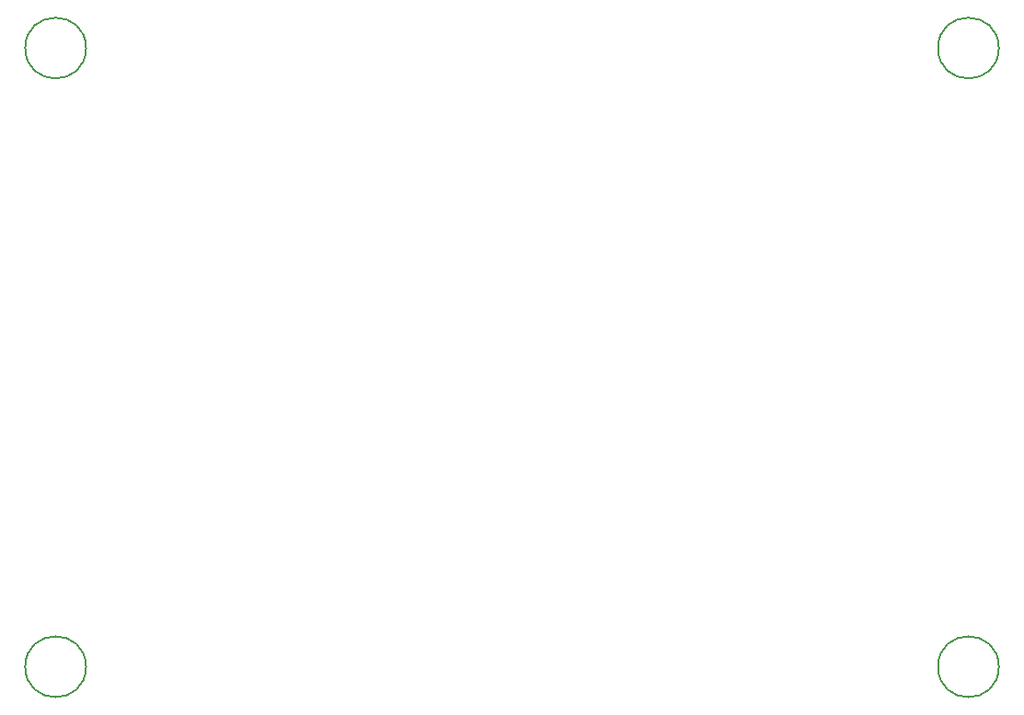
<source format=gbr>
%TF.GenerationSoftware,KiCad,Pcbnew,9.0.3*%
%TF.CreationDate,2025-07-22T15:18:12+02:00*%
%TF.ProjectId,Spikeling_v2.4,5370696b-656c-4696-9e67-5f76322e342e,rev?*%
%TF.SameCoordinates,Original*%
%TF.FileFunction,Other,Comment*%
%FSLAX46Y46*%
G04 Gerber Fmt 4.6, Leading zero omitted, Abs format (unit mm)*
G04 Created by KiCad (PCBNEW 9.0.3) date 2025-07-22 15:18:12*
%MOMM*%
%LPD*%
G01*
G04 APERTURE LIST*
%ADD10C,0.150000*%
G04 APERTURE END LIST*
D10*
%TO.C, *%
X122800000Y-55000000D02*
G75*
G02*
X117200000Y-55000000I-2800000J0D01*
G01*
X117200000Y-55000000D02*
G75*
G02*
X122800000Y-55000000I2800000J0D01*
G01*
X206800000Y-55000000D02*
G75*
G02*
X201200000Y-55000000I-2800000J0D01*
G01*
X201200000Y-55000000D02*
G75*
G02*
X206800000Y-55000000I2800000J0D01*
G01*
X206800000Y-112000000D02*
G75*
G02*
X201200000Y-112000000I-2800000J0D01*
G01*
X201200000Y-112000000D02*
G75*
G02*
X206800000Y-112000000I2800000J0D01*
G01*
X122800000Y-112000000D02*
G75*
G02*
X117200000Y-112000000I-2800000J0D01*
G01*
X117200000Y-112000000D02*
G75*
G02*
X122800000Y-112000000I2800000J0D01*
G01*
%TD*%
M02*

</source>
